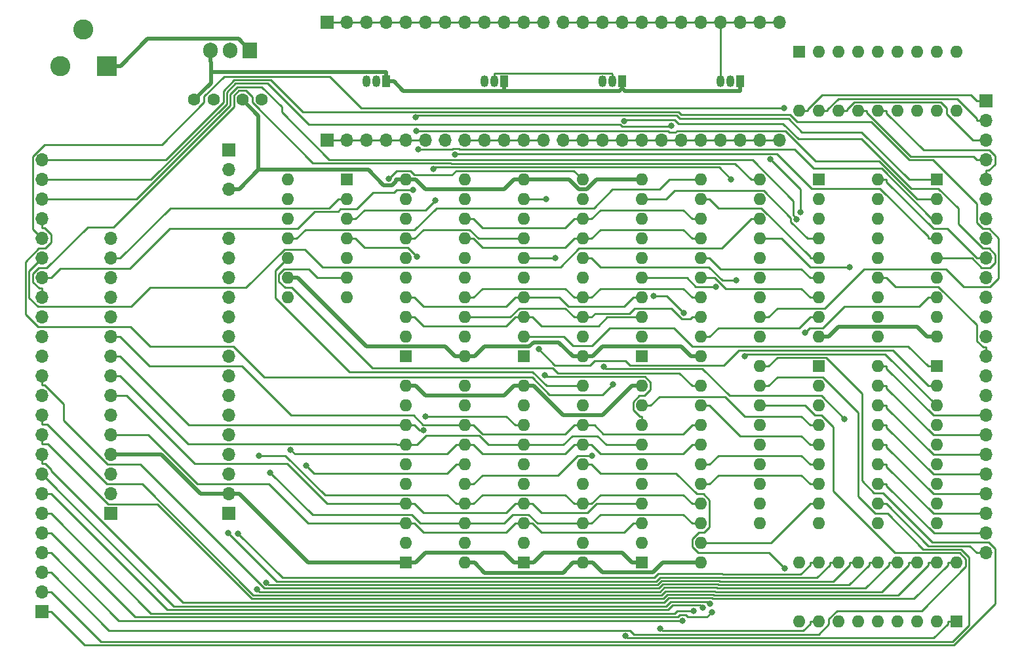
<source format=gbr>
G04 #@! TF.GenerationSoftware,KiCad,Pcbnew,(5.1.4)-1*
G04 #@! TF.CreationDate,2019-10-25T20:14:16-04:00*
G04 #@! TF.ProjectId,A-10C-CautionPanelNonMega,412d3130-432d-4436-9175-74696f6e5061,rev?*
G04 #@! TF.SameCoordinates,Original*
G04 #@! TF.FileFunction,Copper,L1,Top*
G04 #@! TF.FilePolarity,Positive*
%FSLAX46Y46*%
G04 Gerber Fmt 4.6, Leading zero omitted, Abs format (unit mm)*
G04 Created by KiCad (PCBNEW (5.1.4)-1) date 2019-10-25 20:14:16*
%MOMM*%
%LPD*%
G04 APERTURE LIST*
%ADD10C,1.600000*%
%ADD11R,2.600000X2.600000*%
%ADD12C,2.600000*%
%ADD13R,1.905000X2.000000*%
%ADD14O,1.905000X2.000000*%
%ADD15O,1.700000X1.700000*%
%ADD16R,1.700000X1.700000*%
%ADD17O,1.050000X1.500000*%
%ADD18R,1.050000X1.500000*%
%ADD19R,1.600000X1.600000*%
%ADD20O,1.600000X1.600000*%
%ADD21C,0.800000*%
%ADD22C,0.530000*%
%ADD23C,0.250000*%
G04 APERTURE END LIST*
D10*
X81737200Y-59512200D03*
X79237200Y-59512200D03*
X75525000Y-59512200D03*
X73025000Y-59512200D03*
D11*
X61696600Y-55168800D03*
D12*
X55696600Y-55168800D03*
X58696600Y-50468800D03*
D13*
X80187800Y-53111400D03*
D14*
X77647800Y-53111400D03*
X75107800Y-53111400D03*
D15*
X175260000Y-118110000D03*
X175260000Y-115570000D03*
X175260000Y-113030000D03*
X175260000Y-110490000D03*
X175260000Y-107950000D03*
X175260000Y-105410000D03*
X175260000Y-102870000D03*
X175260000Y-100330000D03*
X175260000Y-97790000D03*
X175260000Y-95250000D03*
X175260000Y-92710000D03*
X175260000Y-90170000D03*
X175260000Y-87630000D03*
X175260000Y-85090000D03*
X175260000Y-82550000D03*
X175260000Y-80010000D03*
X175260000Y-77470000D03*
X175260000Y-74930000D03*
X175260000Y-72390000D03*
X175260000Y-69850000D03*
X175260000Y-67310000D03*
X175260000Y-64770000D03*
X175260000Y-62230000D03*
D16*
X175260000Y-59690000D03*
D15*
X148590000Y-64770000D03*
X146050000Y-64770000D03*
X143510000Y-64770000D03*
X140970000Y-64770000D03*
X138430000Y-64770000D03*
X135890000Y-64770000D03*
X133350000Y-64770000D03*
X130810000Y-64770000D03*
X128270000Y-64770000D03*
X125730000Y-64770000D03*
X123190000Y-64770000D03*
X120650000Y-64770000D03*
X118110000Y-64770000D03*
X115570000Y-64770000D03*
X113030000Y-64770000D03*
X110490000Y-64770000D03*
X107950000Y-64770000D03*
X105410000Y-64770000D03*
X102870000Y-64770000D03*
X100330000Y-64770000D03*
X97790000Y-64770000D03*
X95250000Y-64770000D03*
X92710000Y-64770000D03*
D16*
X90170000Y-64770000D03*
X90170000Y-49530000D03*
D15*
X92710000Y-49530000D03*
X95250000Y-49530000D03*
X97790000Y-49530000D03*
X100330000Y-49530000D03*
X102870000Y-49530000D03*
X105410000Y-49530000D03*
X107950000Y-49530000D03*
X110490000Y-49530000D03*
X113030000Y-49530000D03*
X115570000Y-49530000D03*
X118110000Y-49530000D03*
X120650000Y-49530000D03*
X123190000Y-49530000D03*
X125730000Y-49530000D03*
X128270000Y-49530000D03*
X130810000Y-49530000D03*
X133350000Y-49530000D03*
X135890000Y-49530000D03*
X138430000Y-49530000D03*
X140970000Y-49530000D03*
X143510000Y-49530000D03*
X146050000Y-49530000D03*
X148590000Y-49530000D03*
D16*
X53340000Y-125730000D03*
D15*
X53340000Y-123190000D03*
X53340000Y-120650000D03*
X53340000Y-118110000D03*
X53340000Y-115570000D03*
X53340000Y-113030000D03*
X53340000Y-110490000D03*
X53340000Y-107950000D03*
X53340000Y-105410000D03*
X53340000Y-102870000D03*
X53340000Y-100330000D03*
X53340000Y-97790000D03*
X53340000Y-95250000D03*
X53340000Y-92710000D03*
X53340000Y-90170000D03*
X53340000Y-87630000D03*
X53340000Y-85090000D03*
X53340000Y-82550000D03*
X53340000Y-80010000D03*
X53340000Y-77470000D03*
X53340000Y-74930000D03*
X53340000Y-72390000D03*
X53340000Y-69850000D03*
X53340000Y-67310000D03*
D17*
X96520000Y-57150000D03*
X95250000Y-57150000D03*
D18*
X97790000Y-57150000D03*
X113030000Y-57150000D03*
D17*
X110490000Y-57150000D03*
X111760000Y-57150000D03*
X142240000Y-57150000D03*
X140970000Y-57150000D03*
D18*
X143510000Y-57150000D03*
D16*
X77470000Y-66040000D03*
D15*
X77470000Y-68580000D03*
X77470000Y-71120000D03*
D17*
X127000000Y-57150000D03*
X125730000Y-57150000D03*
D18*
X128270000Y-57150000D03*
D19*
X151130000Y-53340000D03*
D20*
X171450000Y-60960000D03*
X153670000Y-53340000D03*
X168910000Y-60960000D03*
X156210000Y-53340000D03*
X166370000Y-60960000D03*
X158750000Y-53340000D03*
X163830000Y-60960000D03*
X161290000Y-53340000D03*
X161290000Y-60960000D03*
X163830000Y-53340000D03*
X158750000Y-60960000D03*
X166370000Y-53340000D03*
X156210000Y-60960000D03*
X168910000Y-53340000D03*
X153670000Y-60960000D03*
X171450000Y-53340000D03*
X151130000Y-60960000D03*
X161290000Y-69850000D03*
X168910000Y-90170000D03*
X161290000Y-72390000D03*
X168910000Y-87630000D03*
X161290000Y-74930000D03*
X168910000Y-85090000D03*
X161290000Y-77470000D03*
X168910000Y-82550000D03*
X161290000Y-80010000D03*
X168910000Y-80010000D03*
X161290000Y-82550000D03*
X168910000Y-77470000D03*
X161290000Y-85090000D03*
X168910000Y-74930000D03*
X161290000Y-87630000D03*
X168910000Y-72390000D03*
X161290000Y-90170000D03*
D19*
X168910000Y-69850000D03*
D20*
X161290000Y-93980000D03*
X168910000Y-114300000D03*
X161290000Y-96520000D03*
X168910000Y-111760000D03*
X161290000Y-99060000D03*
X168910000Y-109220000D03*
X161290000Y-101600000D03*
X168910000Y-106680000D03*
X161290000Y-104140000D03*
X168910000Y-104140000D03*
X161290000Y-106680000D03*
X168910000Y-101600000D03*
X161290000Y-109220000D03*
X168910000Y-99060000D03*
X161290000Y-111760000D03*
X168910000Y-96520000D03*
X161290000Y-114300000D03*
D19*
X168910000Y-93980000D03*
X153670000Y-93980000D03*
D20*
X146050000Y-114300000D03*
X153670000Y-96520000D03*
X146050000Y-111760000D03*
X153670000Y-99060000D03*
X146050000Y-109220000D03*
X153670000Y-101600000D03*
X146050000Y-106680000D03*
X153670000Y-104140000D03*
X146050000Y-104140000D03*
X153670000Y-106680000D03*
X146050000Y-101600000D03*
X153670000Y-109220000D03*
X146050000Y-99060000D03*
X153670000Y-111760000D03*
X146050000Y-96520000D03*
X153670000Y-114300000D03*
X146050000Y-93980000D03*
X171450000Y-119380000D03*
X151130000Y-127000000D03*
X168910000Y-119380000D03*
X153670000Y-127000000D03*
X166370000Y-119380000D03*
X156210000Y-127000000D03*
X163830000Y-119380000D03*
X158750000Y-127000000D03*
X161290000Y-119380000D03*
X161290000Y-127000000D03*
X158750000Y-119380000D03*
X163830000Y-127000000D03*
X156210000Y-119380000D03*
X166370000Y-127000000D03*
X153670000Y-119380000D03*
X168910000Y-127000000D03*
X151130000Y-119380000D03*
D19*
X171450000Y-127000000D03*
X153670000Y-69850000D03*
D20*
X146050000Y-90170000D03*
X153670000Y-72390000D03*
X146050000Y-87630000D03*
X153670000Y-74930000D03*
X146050000Y-85090000D03*
X153670000Y-77470000D03*
X146050000Y-82550000D03*
X153670000Y-80010000D03*
X146050000Y-80010000D03*
X153670000Y-82550000D03*
X146050000Y-77470000D03*
X153670000Y-85090000D03*
X146050000Y-74930000D03*
X153670000Y-87630000D03*
X146050000Y-72390000D03*
X153670000Y-90170000D03*
X146050000Y-69850000D03*
D16*
X62230000Y-113030000D03*
D15*
X62230000Y-110490000D03*
X62230000Y-107950000D03*
X62230000Y-105410000D03*
X62230000Y-102870000D03*
X62230000Y-100330000D03*
X62230000Y-97790000D03*
X62230000Y-95250000D03*
X62230000Y-92710000D03*
X62230000Y-90170000D03*
X62230000Y-87630000D03*
X62230000Y-85090000D03*
X62230000Y-82550000D03*
X62230000Y-80010000D03*
X62230000Y-77470000D03*
X77470000Y-77470000D03*
X77470000Y-80010000D03*
X77470000Y-82550000D03*
X77470000Y-85090000D03*
X77470000Y-87630000D03*
X77470000Y-90170000D03*
X77470000Y-92710000D03*
X77470000Y-95250000D03*
X77470000Y-97790000D03*
X77470000Y-100330000D03*
X77470000Y-102870000D03*
X77470000Y-105410000D03*
X77470000Y-107950000D03*
X77470000Y-110490000D03*
D16*
X77470000Y-113030000D03*
D19*
X92710000Y-69850000D03*
D20*
X85090000Y-85090000D03*
X92710000Y-72390000D03*
X85090000Y-82550000D03*
X92710000Y-74930000D03*
X85090000Y-80010000D03*
X92710000Y-77470000D03*
X85090000Y-77470000D03*
X92710000Y-80010000D03*
X85090000Y-74930000D03*
X92710000Y-82550000D03*
X85090000Y-72390000D03*
X92710000Y-85090000D03*
X85090000Y-69850000D03*
D19*
X100330000Y-92710000D03*
D20*
X107950000Y-69850000D03*
X100330000Y-90170000D03*
X107950000Y-72390000D03*
X100330000Y-87630000D03*
X107950000Y-74930000D03*
X100330000Y-85090000D03*
X107950000Y-77470000D03*
X100330000Y-82550000D03*
X107950000Y-80010000D03*
X100330000Y-80010000D03*
X107950000Y-82550000D03*
X100330000Y-77470000D03*
X107950000Y-85090000D03*
X100330000Y-74930000D03*
X107950000Y-87630000D03*
X100330000Y-72390000D03*
X107950000Y-90170000D03*
X100330000Y-69850000D03*
X107950000Y-92710000D03*
X107950000Y-119380000D03*
X100330000Y-96520000D03*
X107950000Y-116840000D03*
X100330000Y-99060000D03*
X107950000Y-114300000D03*
X100330000Y-101600000D03*
X107950000Y-111760000D03*
X100330000Y-104140000D03*
X107950000Y-109220000D03*
X100330000Y-106680000D03*
X107950000Y-106680000D03*
X100330000Y-109220000D03*
X107950000Y-104140000D03*
X100330000Y-111760000D03*
X107950000Y-101600000D03*
X100330000Y-114300000D03*
X107950000Y-99060000D03*
X100330000Y-116840000D03*
X107950000Y-96520000D03*
D19*
X100330000Y-119380000D03*
X115570000Y-92710000D03*
D20*
X123190000Y-69850000D03*
X115570000Y-90170000D03*
X123190000Y-72390000D03*
X115570000Y-87630000D03*
X123190000Y-74930000D03*
X115570000Y-85090000D03*
X123190000Y-77470000D03*
X115570000Y-82550000D03*
X123190000Y-80010000D03*
X115570000Y-80010000D03*
X123190000Y-82550000D03*
X115570000Y-77470000D03*
X123190000Y-85090000D03*
X115570000Y-74930000D03*
X123190000Y-87630000D03*
X115570000Y-72390000D03*
X123190000Y-90170000D03*
X115570000Y-69850000D03*
X123190000Y-92710000D03*
X138430000Y-119380000D03*
X130810000Y-96520000D03*
X138430000Y-116840000D03*
X130810000Y-99060000D03*
X138430000Y-114300000D03*
X130810000Y-101600000D03*
X138430000Y-111760000D03*
X130810000Y-104140000D03*
X138430000Y-109220000D03*
X130810000Y-106680000D03*
X138430000Y-106680000D03*
X130810000Y-109220000D03*
X138430000Y-104140000D03*
X130810000Y-111760000D03*
X138430000Y-101600000D03*
X130810000Y-114300000D03*
X138430000Y-99060000D03*
X130810000Y-116840000D03*
X138430000Y-96520000D03*
D19*
X130810000Y-119380000D03*
X115570000Y-119380000D03*
D20*
X123190000Y-96520000D03*
X115570000Y-116840000D03*
X123190000Y-99060000D03*
X115570000Y-114300000D03*
X123190000Y-101600000D03*
X115570000Y-111760000D03*
X123190000Y-104140000D03*
X115570000Y-109220000D03*
X123190000Y-106680000D03*
X115570000Y-106680000D03*
X123190000Y-109220000D03*
X115570000Y-104140000D03*
X123190000Y-111760000D03*
X115570000Y-101600000D03*
X123190000Y-114300000D03*
X115570000Y-99060000D03*
X123190000Y-116840000D03*
X115570000Y-96520000D03*
X123190000Y-119380000D03*
X138430000Y-92710000D03*
X130810000Y-69850000D03*
X138430000Y-90170000D03*
X130810000Y-72390000D03*
X138430000Y-87630000D03*
X130810000Y-74930000D03*
X138430000Y-85090000D03*
X130810000Y-77470000D03*
X138430000Y-82550000D03*
X130810000Y-80010000D03*
X138430000Y-80010000D03*
X130810000Y-82550000D03*
X138430000Y-77470000D03*
X130810000Y-85090000D03*
X138430000Y-74930000D03*
X130810000Y-87630000D03*
X138430000Y-72390000D03*
X130810000Y-90170000D03*
X138430000Y-69850000D03*
D19*
X130810000Y-92710000D03*
D21*
X78684000Y-115602000D03*
X77424200Y-115574500D03*
X82318100Y-121950600D03*
X81152900Y-122851200D03*
X136054900Y-126852900D03*
X139830900Y-125756600D03*
X137506100Y-125586100D03*
X138652600Y-125167000D03*
X139601100Y-124700800D03*
X101236400Y-71137900D03*
X103854800Y-68447700D03*
X142365100Y-69830400D03*
X149143600Y-60565200D03*
X157645200Y-81142500D03*
X127050300Y-96342100D03*
X150771300Y-74964500D03*
X134583400Y-62909500D03*
X147431400Y-67223100D03*
X151298400Y-74016700D03*
X102633300Y-102281000D03*
X102903600Y-100474700D03*
X118270800Y-95171900D03*
X85467100Y-104756700D03*
X81348300Y-105511200D03*
X82836500Y-107742800D03*
X151905500Y-89666200D03*
X124366400Y-105554600D03*
X87494500Y-106843400D03*
X128538000Y-62254800D03*
X106685300Y-66596800D03*
X101917200Y-65945300D03*
X101646600Y-63533500D03*
X101590200Y-61819400D03*
X157000000Y-100793800D03*
X125863100Y-94033200D03*
X142974100Y-82899800D03*
X118482300Y-72390000D03*
X144061700Y-92662800D03*
X136255700Y-87096400D03*
X132309500Y-84864900D03*
X119658900Y-80010000D03*
X117519200Y-91788500D03*
X133207200Y-127889400D03*
X149257300Y-120143800D03*
X128717500Y-128862200D03*
X140377000Y-83708100D03*
X104154700Y-72520000D03*
X101730300Y-79774700D03*
X98166000Y-69731500D03*
D22*
X81320700Y-68584600D02*
X95462900Y-68584600D01*
X95462900Y-68584600D02*
X97488500Y-70610200D01*
X97488500Y-70610200D02*
X98532900Y-70610200D01*
X98532900Y-70610200D02*
X99064700Y-70078400D01*
X99064700Y-70078400D02*
X99064700Y-69850000D01*
X81320700Y-68584600D02*
X78785300Y-71120000D01*
X81320700Y-68584600D02*
X81320700Y-61595700D01*
X81320700Y-61595700D02*
X79237200Y-59512200D01*
X100330000Y-69850000D02*
X99064700Y-69850000D01*
X100538400Y-69850000D02*
X100330000Y-69850000D01*
X77470000Y-71120000D02*
X78785300Y-71120000D01*
X100538400Y-69850000D02*
X101595300Y-69850000D01*
X116835300Y-69850000D02*
X121400600Y-69850000D01*
X121400600Y-69850000D02*
X121400600Y-69850100D01*
X121400600Y-69850100D02*
X122665800Y-71115300D01*
X122665800Y-71115300D02*
X123714200Y-71115300D01*
X123714200Y-71115300D02*
X124979500Y-69850000D01*
X124979500Y-69850000D02*
X129544700Y-69850000D01*
X115570000Y-69850000D02*
X114304700Y-69850000D01*
X101595300Y-69850000D02*
X102865300Y-71120000D01*
X102865300Y-71120000D02*
X113034700Y-71120000D01*
X113034700Y-71120000D02*
X114304700Y-69850000D01*
X116835300Y-119380000D02*
X118100600Y-118114700D01*
X118100600Y-118114700D02*
X128279400Y-118114700D01*
X128279400Y-118114700D02*
X129544700Y-119380000D01*
X99064700Y-119380000D02*
X87675300Y-119380000D01*
X87675300Y-119380000D02*
X78785300Y-110490000D01*
X115570000Y-96520000D02*
X116835300Y-96520000D01*
X129544700Y-96520000D02*
X125730100Y-100334600D01*
X125730100Y-100334600D02*
X120649900Y-100334600D01*
X120649900Y-100334600D02*
X116835300Y-96520000D01*
X115570000Y-96520000D02*
X114304700Y-96520000D01*
X114304700Y-96520000D02*
X113034700Y-97790000D01*
X113034700Y-97790000D02*
X102865300Y-97790000D01*
X102865300Y-97790000D02*
X101595300Y-96520000D01*
X100330000Y-119380000D02*
X99064700Y-119380000D01*
X76154700Y-110490000D02*
X73800700Y-110490000D01*
X73800700Y-110490000D02*
X68720700Y-105410000D01*
X68720700Y-105410000D02*
X63545300Y-105410000D01*
X130810000Y-96520000D02*
X129544700Y-96520000D01*
X154935300Y-90170000D02*
X156205300Y-88900000D01*
X156205300Y-88900000D02*
X166374700Y-88900000D01*
X166374700Y-88900000D02*
X167644700Y-90170000D01*
X62230000Y-105410000D02*
X63545300Y-105410000D01*
X153670000Y-90170000D02*
X154935300Y-90170000D01*
X168910000Y-90170000D02*
X167644700Y-90170000D01*
X77470000Y-110490000D02*
X78785300Y-110490000D01*
X76995000Y-110490000D02*
X77470000Y-110490000D01*
X76995000Y-110490000D02*
X76154700Y-110490000D01*
X100330000Y-96520000D02*
X101595300Y-96520000D01*
X115570000Y-69850000D02*
X116835300Y-69850000D01*
X115570000Y-119380000D02*
X114304700Y-119380000D01*
X100330000Y-119380000D02*
X101595300Y-119380000D01*
X101595300Y-119380000D02*
X102860600Y-118114700D01*
X102860600Y-118114700D02*
X113039400Y-118114700D01*
X113039400Y-118114700D02*
X114304700Y-119380000D01*
X115570000Y-119380000D02*
X116835300Y-119380000D01*
X130810000Y-119380000D02*
X129544700Y-119380000D01*
X130810000Y-69850000D02*
X129544700Y-69850000D01*
X75191100Y-55912900D02*
X75191100Y-57346100D01*
X75191100Y-57346100D02*
X73025000Y-59512200D01*
X75107800Y-54576700D02*
X75191100Y-54660000D01*
X75191100Y-54660000D02*
X75191100Y-55912900D01*
X97790000Y-55934700D02*
X97768200Y-55912900D01*
X97768200Y-55912900D02*
X75191100Y-55912900D01*
X128270000Y-57999600D02*
X127904300Y-58365300D01*
X127904300Y-58365300D02*
X113030000Y-58365300D01*
X143510000Y-58365300D02*
X128635700Y-58365300D01*
X128635700Y-58365300D02*
X128270000Y-57999600D01*
X97790000Y-57150000D02*
X98780300Y-57150000D01*
X113030000Y-57150000D02*
X113030000Y-58365300D01*
X113030000Y-58365300D02*
X99995600Y-58365300D01*
X99995600Y-58365300D02*
X98780300Y-57150000D01*
X97790000Y-57150000D02*
X97790000Y-55934700D01*
X143510000Y-57150000D02*
X143510000Y-58365300D01*
X128270000Y-57150000D02*
X128270000Y-57999600D01*
X137164700Y-119380000D02*
X133557700Y-119380000D01*
X133557700Y-119380000D02*
X132292300Y-120645400D01*
X132292300Y-120645400D02*
X125720700Y-120645400D01*
X125720700Y-120645400D02*
X124455300Y-119380000D01*
X121924700Y-92710000D02*
X120082300Y-90867600D01*
X120082300Y-90867600D02*
X116863800Y-90867600D01*
X116863800Y-90867600D02*
X116286900Y-91444500D01*
X116286900Y-91444500D02*
X110480800Y-91444500D01*
X110480800Y-91444500D02*
X109215300Y-92710000D01*
X137164700Y-92710000D02*
X135899300Y-91444600D01*
X135899300Y-91444600D02*
X125720700Y-91444600D01*
X125720700Y-91444600D02*
X124455300Y-92710000D01*
X106684700Y-92710000D02*
X105419400Y-91444700D01*
X105419400Y-91444700D02*
X95250000Y-91444700D01*
X95250000Y-91444700D02*
X86355300Y-82550000D01*
X121924700Y-119380000D02*
X120614100Y-120690600D01*
X120614100Y-120690600D02*
X110525900Y-120690600D01*
X110525900Y-120690600D02*
X109215300Y-119380000D01*
X123190000Y-92710000D02*
X121924700Y-92710000D01*
X107950000Y-92710000D02*
X109215300Y-92710000D01*
X107317400Y-92710000D02*
X107950000Y-92710000D01*
X107317400Y-92710000D02*
X106684700Y-92710000D01*
X75107800Y-53111400D02*
X75107800Y-54576700D01*
X85090000Y-82550000D02*
X86355300Y-82550000D01*
X123822700Y-92710000D02*
X123190000Y-92710000D01*
X123822700Y-92710000D02*
X124455300Y-92710000D01*
X123190000Y-119380000D02*
X121924700Y-119380000D01*
X107950000Y-119380000D02*
X109215300Y-119380000D01*
X123190000Y-119380000D02*
X124455300Y-119380000D01*
X138430000Y-119380000D02*
X137164700Y-119380000D01*
X138430000Y-92710000D02*
X137164700Y-92710000D01*
D23*
X175260000Y-69850000D02*
X175260000Y-68674700D01*
X161290000Y-60960000D02*
X162415300Y-60960000D01*
X162415300Y-60960000D02*
X162415300Y-61241300D01*
X162415300Y-61241300D02*
X167214000Y-66040000D01*
X167214000Y-66040000D02*
X175670600Y-66040000D01*
X175670600Y-66040000D02*
X176435300Y-66804700D01*
X176435300Y-66804700D02*
X176435300Y-67866800D01*
X176435300Y-67866800D02*
X175627400Y-68674700D01*
X175627400Y-68674700D02*
X175260000Y-68674700D01*
X174084700Y-67310000D02*
X173634400Y-66859700D01*
X173634400Y-66859700D02*
X165523200Y-66859700D01*
X165523200Y-66859700D02*
X159875300Y-61211800D01*
X159875300Y-61211800D02*
X159875300Y-60960000D01*
X175260000Y-67310000D02*
X174084700Y-67310000D01*
X158750000Y-60960000D02*
X159875300Y-60960000D01*
X157335300Y-60960000D02*
X157335300Y-60767200D01*
X157335300Y-60767200D02*
X158267800Y-59834700D01*
X158267800Y-59834700D02*
X169389900Y-59834700D01*
X169389900Y-59834700D02*
X170180000Y-60624800D01*
X170180000Y-60624800D02*
X170180000Y-61346700D01*
X170180000Y-61346700D02*
X173603300Y-64770000D01*
X173603300Y-64770000D02*
X175260000Y-64770000D01*
X156210000Y-60960000D02*
X157335300Y-60960000D01*
X154795300Y-60960000D02*
X154795300Y-60742500D01*
X154795300Y-60742500D02*
X156169500Y-59368300D01*
X156169500Y-59368300D02*
X171516800Y-59368300D01*
X171516800Y-59368300D02*
X174084700Y-61936200D01*
X174084700Y-61936200D02*
X174084700Y-62230000D01*
X175260000Y-62230000D02*
X174084700Y-62230000D01*
X153670000Y-60960000D02*
X154795300Y-60960000D01*
X152255300Y-60960000D02*
X152255300Y-60764000D01*
X152255300Y-60764000D02*
X154101400Y-58917900D01*
X154101400Y-58917900D02*
X173312600Y-58917900D01*
X173312600Y-58917900D02*
X174084700Y-59690000D01*
X175260000Y-59690000D02*
X174084700Y-59690000D01*
X151130000Y-60960000D02*
X152255300Y-60960000D01*
X175260000Y-80010000D02*
X174084700Y-80010000D01*
X161290000Y-69850000D02*
X162415300Y-69850000D01*
X162415300Y-69850000D02*
X162415300Y-70131300D01*
X162415300Y-70131300D02*
X168484000Y-76200000D01*
X168484000Y-76200000D02*
X170274700Y-76200000D01*
X170274700Y-76200000D02*
X174084700Y-80010000D01*
X175260000Y-92710000D02*
X175260000Y-91534700D01*
X161290000Y-82550000D02*
X162415300Y-82550000D01*
X162415300Y-82550000D02*
X163540600Y-83675300D01*
X163540600Y-83675300D02*
X169106700Y-83675300D01*
X169106700Y-83675300D02*
X174084700Y-88653300D01*
X174084700Y-88653300D02*
X174084700Y-90726800D01*
X174084700Y-90726800D02*
X174892600Y-91534700D01*
X174892600Y-91534700D02*
X175260000Y-91534700D01*
X175260000Y-118110000D02*
X174084700Y-118110000D01*
X161290000Y-111760000D02*
X162415300Y-111760000D01*
X162415300Y-111760000D02*
X167851100Y-117195800D01*
X167851100Y-117195800D02*
X173170500Y-117195800D01*
X173170500Y-117195800D02*
X174084700Y-118110000D01*
X161290000Y-109220000D02*
X162415300Y-109220000D01*
X162415300Y-109220000D02*
X162415300Y-109418100D01*
X162415300Y-109418100D02*
X168567200Y-115570000D01*
X168567200Y-115570000D02*
X175260000Y-115570000D01*
X161290000Y-106680000D02*
X162415300Y-106680000D01*
X162415300Y-106680000D02*
X162415300Y-106961300D01*
X162415300Y-106961300D02*
X168484000Y-113030000D01*
X168484000Y-113030000D02*
X175260000Y-113030000D01*
X161290000Y-104140000D02*
X162415300Y-104140000D01*
X162415300Y-104140000D02*
X162415300Y-104421300D01*
X162415300Y-104421300D02*
X168484000Y-110490000D01*
X168484000Y-110490000D02*
X175260000Y-110490000D01*
X161290000Y-101600000D02*
X162415300Y-101600000D01*
X162415300Y-101600000D02*
X162415300Y-101881300D01*
X162415300Y-101881300D02*
X168484000Y-107950000D01*
X168484000Y-107950000D02*
X175260000Y-107950000D01*
X161290000Y-99060000D02*
X162415300Y-99060000D01*
X162415300Y-99060000D02*
X162415300Y-99341300D01*
X162415300Y-99341300D02*
X168484000Y-105410000D01*
X168484000Y-105410000D02*
X175260000Y-105410000D01*
X161290000Y-96520000D02*
X162415300Y-96520000D01*
X162415300Y-96520000D02*
X162415300Y-96801300D01*
X162415300Y-96801300D02*
X168484000Y-102870000D01*
X168484000Y-102870000D02*
X175260000Y-102870000D01*
X161290000Y-93980000D02*
X162415300Y-93980000D01*
X162415300Y-93980000D02*
X162415300Y-94261300D01*
X162415300Y-94261300D02*
X168484000Y-100330000D01*
X168484000Y-100330000D02*
X175260000Y-100330000D01*
X152544700Y-119380000D02*
X152544700Y-119661400D01*
X152544700Y-119661400D02*
X151337000Y-120869100D01*
X151337000Y-120869100D02*
X141253500Y-120869100D01*
X141253500Y-120869100D02*
X141192500Y-120808100D01*
X141192500Y-120808100D02*
X132964500Y-120808100D01*
X132964500Y-120808100D02*
X132447500Y-121325100D01*
X132447500Y-121325100D02*
X84407100Y-121325100D01*
X84407100Y-121325100D02*
X78684000Y-115602000D01*
X153670000Y-119380000D02*
X152544700Y-119380000D01*
X155084700Y-119380000D02*
X155084700Y-119661500D01*
X155084700Y-119661500D02*
X153426800Y-121319400D01*
X153426800Y-121319400D02*
X141066900Y-121319400D01*
X141066900Y-121319400D02*
X141005900Y-121258400D01*
X141005900Y-121258400D02*
X133151100Y-121258400D01*
X133151100Y-121258400D02*
X132634100Y-121775400D01*
X132634100Y-121775400D02*
X83625100Y-121775400D01*
X83625100Y-121775400D02*
X77424200Y-115574500D01*
X156210000Y-119380000D02*
X155084700Y-119380000D01*
X157624700Y-119380000D02*
X157624700Y-119661300D01*
X157624700Y-119661300D02*
X155516300Y-121769700D01*
X155516300Y-121769700D02*
X140880300Y-121769700D01*
X140880300Y-121769700D02*
X140819300Y-121708700D01*
X140819300Y-121708700D02*
X133337700Y-121708700D01*
X133337700Y-121708700D02*
X132820700Y-122225700D01*
X132820700Y-122225700D02*
X82593200Y-122225700D01*
X82593200Y-122225700D02*
X82318100Y-121950600D01*
X158750000Y-119380000D02*
X157624700Y-119380000D01*
X160164700Y-119380000D02*
X160164700Y-119661300D01*
X160164700Y-119661300D02*
X157606000Y-122220000D01*
X157606000Y-122220000D02*
X140693700Y-122220000D01*
X140693700Y-122220000D02*
X140632700Y-122159000D01*
X140632700Y-122159000D02*
X133524300Y-122159000D01*
X133524300Y-122159000D02*
X133007300Y-122676000D01*
X133007300Y-122676000D02*
X82003500Y-122676000D01*
X82003500Y-122676000D02*
X66007500Y-106680000D01*
X66007500Y-106680000D02*
X61830200Y-106680000D01*
X61830200Y-106680000D02*
X56158300Y-101008100D01*
X56158300Y-101008100D02*
X56158300Y-98876200D01*
X56158300Y-98876200D02*
X53707400Y-96425300D01*
X53707400Y-96425300D02*
X53340000Y-96425300D01*
X161290000Y-119380000D02*
X160164700Y-119380000D01*
X53340000Y-95250000D02*
X53340000Y-96425300D01*
X162704700Y-119380000D02*
X162704700Y-119661300D01*
X162704700Y-119661300D02*
X159695700Y-122670300D01*
X159695700Y-122670300D02*
X140507100Y-122670300D01*
X140507100Y-122670300D02*
X140446100Y-122609300D01*
X140446100Y-122609300D02*
X133710900Y-122609300D01*
X133710900Y-122609300D02*
X133193900Y-123126300D01*
X133193900Y-123126300D02*
X81428000Y-123126300D01*
X81428000Y-123126300D02*
X81152900Y-122851200D01*
X163830000Y-119380000D02*
X162704700Y-119380000D01*
X165244700Y-119380000D02*
X165244700Y-119661400D01*
X165244700Y-119661400D02*
X161785500Y-123120600D01*
X161785500Y-123120600D02*
X140320500Y-123120600D01*
X140320500Y-123120600D02*
X140259500Y-123059600D01*
X140259500Y-123059600D02*
X133897500Y-123059600D01*
X133897500Y-123059600D02*
X133380500Y-123576600D01*
X133380500Y-123576600D02*
X80628200Y-123576600D01*
X80628200Y-123576600D02*
X66271600Y-109220000D01*
X66271600Y-109220000D02*
X61761700Y-109220000D01*
X61761700Y-109220000D02*
X54047000Y-101505300D01*
X54047000Y-101505300D02*
X53340000Y-101505300D01*
X53340000Y-100330000D02*
X53340000Y-101505300D01*
X166370000Y-119380000D02*
X165244700Y-119380000D01*
X167784700Y-119380000D02*
X167784700Y-119661300D01*
X167784700Y-119661300D02*
X163875100Y-123570900D01*
X163875100Y-123570900D02*
X140133900Y-123570900D01*
X140133900Y-123570900D02*
X140072900Y-123509900D01*
X140072900Y-123509900D02*
X134084100Y-123509900D01*
X134084100Y-123509900D02*
X133567100Y-124026900D01*
X133567100Y-124026900D02*
X80441600Y-124026900D01*
X80441600Y-124026900D02*
X68269300Y-111854600D01*
X68269300Y-111854600D02*
X61892500Y-111854600D01*
X61892500Y-111854600D02*
X54083200Y-104045300D01*
X54083200Y-104045300D02*
X53340000Y-104045300D01*
X53340000Y-102870000D02*
X53340000Y-104045300D01*
X168910000Y-119380000D02*
X167784700Y-119380000D01*
X170324700Y-119380000D02*
X170324700Y-119661300D01*
X170324700Y-119661300D02*
X165964800Y-124021200D01*
X165964800Y-124021200D02*
X139947300Y-124021200D01*
X139947300Y-124021200D02*
X139886300Y-123960200D01*
X139886300Y-123960200D02*
X134270700Y-123960200D01*
X134270700Y-123960200D02*
X133698800Y-124532100D01*
X133698800Y-124532100D02*
X71565600Y-124532100D01*
X71565600Y-124532100D02*
X54515300Y-107481800D01*
X54515300Y-107481800D02*
X54515300Y-107369600D01*
X54515300Y-107369600D02*
X53731000Y-106585300D01*
X53731000Y-106585300D02*
X53340000Y-106585300D01*
X53340000Y-105410000D02*
X53340000Y-106585300D01*
X171450000Y-119380000D02*
X170324700Y-119380000D01*
X53340000Y-125730000D02*
X54515300Y-125730000D01*
X146050000Y-93980000D02*
X147175300Y-93980000D01*
X147175300Y-93980000D02*
X148300700Y-92854600D01*
X148300700Y-92854600D02*
X154618800Y-92854600D01*
X154618800Y-92854600D02*
X159268300Y-97504100D01*
X159268300Y-97504100D02*
X159268300Y-108793900D01*
X159268300Y-108793900D02*
X160819800Y-110345400D01*
X160819800Y-110345400D02*
X161946400Y-110345400D01*
X161946400Y-110345400D02*
X168346400Y-116745400D01*
X168346400Y-116745400D02*
X175576000Y-116745400D01*
X175576000Y-116745400D02*
X176441400Y-117610800D01*
X176441400Y-117610800D02*
X176441400Y-124709200D01*
X176441400Y-124709200D02*
X171093500Y-130057100D01*
X171093500Y-130057100D02*
X58842400Y-130057100D01*
X58842400Y-130057100D02*
X54515300Y-125730000D01*
X147175300Y-96520000D02*
X148304200Y-95391100D01*
X148304200Y-95391100D02*
X154187600Y-95391100D01*
X154187600Y-95391100D02*
X158763400Y-99966900D01*
X158763400Y-99966900D02*
X158763400Y-110825200D01*
X158763400Y-110825200D02*
X160968200Y-113030000D01*
X160968200Y-113030000D02*
X162525200Y-113030000D01*
X162525200Y-113030000D02*
X167154900Y-117659700D01*
X167154900Y-117659700D02*
X172023000Y-117659700D01*
X172023000Y-117659700D02*
X173065300Y-118702000D01*
X173065300Y-118702000D02*
X173065300Y-127448400D01*
X173065300Y-127448400D02*
X170909700Y-129604000D01*
X170909700Y-129604000D02*
X60929300Y-129604000D01*
X60929300Y-129604000D02*
X54515300Y-123190000D01*
X53340000Y-123190000D02*
X54515300Y-123190000D01*
X146050000Y-96520000D02*
X147175300Y-96520000D01*
X54515300Y-120650000D02*
X61985600Y-128120300D01*
X61985600Y-128120300D02*
X129275200Y-128120300D01*
X129275200Y-128120300D02*
X129791700Y-128636800D01*
X129791700Y-128636800D02*
X153653400Y-128636800D01*
X153653400Y-128636800D02*
X154940000Y-127350200D01*
X154940000Y-127350200D02*
X154940000Y-126643100D01*
X154940000Y-126643100D02*
X156001800Y-125581300D01*
X156001800Y-125581300D02*
X166932700Y-125581300D01*
X166932700Y-125581300D02*
X172614900Y-119899100D01*
X172614900Y-119899100D02*
X172614900Y-118888500D01*
X172614900Y-118888500D02*
X171836500Y-118110100D01*
X171836500Y-118110100D02*
X163497400Y-118110100D01*
X163497400Y-118110100D02*
X155535200Y-110147900D01*
X155535200Y-110147900D02*
X155535200Y-101865000D01*
X155535200Y-101865000D02*
X154000200Y-100330000D01*
X154000200Y-100330000D02*
X153139800Y-100330000D01*
X153139800Y-100330000D02*
X151869800Y-99060000D01*
X151869800Y-99060000D02*
X146050000Y-99060000D01*
X53340000Y-120650000D02*
X54515300Y-120650000D01*
X54515300Y-118110000D02*
X63258200Y-126852900D01*
X63258200Y-126852900D02*
X136054900Y-126852900D01*
X53340000Y-118110000D02*
X54515300Y-118110000D01*
X54515300Y-115570000D02*
X65326900Y-126381600D01*
X65326900Y-126381600D02*
X135443800Y-126381600D01*
X135443800Y-126381600D02*
X135701800Y-126123600D01*
X135701800Y-126123600D02*
X136460900Y-126123600D01*
X136460900Y-126123600D02*
X136698200Y-126360900D01*
X136698200Y-126360900D02*
X139226600Y-126360900D01*
X139226600Y-126360900D02*
X139830900Y-125756600D01*
X53340000Y-115570000D02*
X54515300Y-115570000D01*
X53340000Y-113030000D02*
X54515300Y-113030000D01*
X137506100Y-125586100D02*
X135380700Y-125586100D01*
X135380700Y-125586100D02*
X135035600Y-125931200D01*
X135035600Y-125931200D02*
X67416500Y-125931200D01*
X67416500Y-125931200D02*
X54515300Y-113030000D01*
X54515300Y-110490000D02*
X69477500Y-125452200D01*
X69477500Y-125452200D02*
X134205300Y-125452200D01*
X134205300Y-125452200D02*
X134796700Y-124860800D01*
X134796700Y-124860800D02*
X138346400Y-124860800D01*
X138346400Y-124860800D02*
X138652600Y-125167000D01*
X53340000Y-110490000D02*
X54515300Y-110490000D01*
X139601100Y-124700800D02*
X139310800Y-124410500D01*
X139310800Y-124410500D02*
X134534100Y-124410500D01*
X134534100Y-124410500D02*
X133956300Y-124988300D01*
X133956300Y-124988300D02*
X70378300Y-124988300D01*
X70378300Y-124988300D02*
X53340000Y-107950000D01*
X53340000Y-83914700D02*
X52972600Y-83914700D01*
X52972600Y-83914700D02*
X52164700Y-83106800D01*
X52164700Y-83106800D02*
X52164700Y-82033900D01*
X52164700Y-82033900D02*
X52918600Y-81280000D01*
X52918600Y-81280000D02*
X53970200Y-81280000D01*
X53970200Y-81280000D02*
X59239200Y-76011000D01*
X59239200Y-76011000D02*
X62560500Y-76011000D01*
X62560500Y-76011000D02*
X78111900Y-60459600D01*
X78111900Y-60459600D02*
X78111900Y-58999500D01*
X78111900Y-58999500D02*
X78763600Y-58347800D01*
X78763600Y-58347800D02*
X79684100Y-58347800D01*
X79684100Y-58347800D02*
X80487200Y-59150900D01*
X80487200Y-59150900D02*
X80487200Y-59866600D01*
X80487200Y-59866600D02*
X88342900Y-67722300D01*
X88342900Y-67722300D02*
X106148200Y-67722300D01*
X106148200Y-67722300D02*
X106198300Y-67772400D01*
X106198300Y-67772400D02*
X142847100Y-67772400D01*
X142847100Y-67772400D02*
X144924700Y-69850000D01*
X53340000Y-85090000D02*
X53340000Y-83914700D01*
X146050000Y-69850000D02*
X144924700Y-69850000D01*
X54515300Y-82550000D02*
X55690600Y-81374700D01*
X55690600Y-81374700D02*
X64659900Y-81374700D01*
X64659900Y-81374700D02*
X69834600Y-76200000D01*
X69834600Y-76200000D02*
X86355300Y-76200000D01*
X86355300Y-76200000D02*
X88589600Y-73965700D01*
X88589600Y-73965700D02*
X91584600Y-73965700D01*
X91584600Y-73965700D02*
X91890300Y-73660000D01*
X91890300Y-73660000D02*
X93975300Y-73660000D01*
X93975300Y-73660000D02*
X96114500Y-71520800D01*
X96114500Y-71520800D02*
X98770300Y-71520800D01*
X98770300Y-71520800D02*
X99153200Y-71137900D01*
X99153200Y-71137900D02*
X101236400Y-71137900D01*
X103854800Y-68447700D02*
X104061100Y-68241400D01*
X104061100Y-68241400D02*
X140776100Y-68241400D01*
X140776100Y-68241400D02*
X142365100Y-69830400D01*
X53340000Y-82550000D02*
X54515300Y-82550000D01*
X53340000Y-80010000D02*
X51665200Y-81684800D01*
X51665200Y-81684800D02*
X51665200Y-85148200D01*
X51665200Y-85148200D02*
X52804300Y-86287300D01*
X52804300Y-86287300D02*
X64827300Y-86287300D01*
X64827300Y-86287300D02*
X67294600Y-83820000D01*
X67294600Y-83820000D02*
X79687700Y-83820000D01*
X79687700Y-83820000D02*
X84626600Y-78881100D01*
X84626600Y-78881100D02*
X87290600Y-78881100D01*
X87290600Y-78881100D02*
X89554700Y-81145200D01*
X89554700Y-81145200D02*
X120287100Y-81145200D01*
X120287100Y-81145200D02*
X122692300Y-78740000D01*
X122692300Y-78740000D02*
X141114700Y-78740000D01*
X141114700Y-78740000D02*
X144924700Y-74930000D01*
X146050000Y-74930000D02*
X144924700Y-74930000D01*
X149143600Y-60565200D02*
X94549200Y-60565200D01*
X94549200Y-60565200D02*
X90487300Y-56503300D01*
X90487300Y-56503300D02*
X76868800Y-56503300D01*
X76868800Y-56503300D02*
X74275000Y-59097100D01*
X74275000Y-59097100D02*
X74275000Y-59867300D01*
X74275000Y-59867300D02*
X68836900Y-65305400D01*
X68836900Y-65305400D02*
X53661500Y-65305400D01*
X53661500Y-65305400D02*
X52118700Y-66848200D01*
X52118700Y-66848200D02*
X52118700Y-76248700D01*
X52118700Y-76248700D02*
X53340000Y-77470000D01*
X146050000Y-77470000D02*
X148879500Y-77470000D01*
X148879500Y-77470000D02*
X152552000Y-81142500D01*
X152552000Y-81142500D02*
X157645200Y-81142500D01*
X53340000Y-74930000D02*
X53340000Y-76105300D01*
X127050300Y-96342100D02*
X125733000Y-97659400D01*
X125733000Y-97659400D02*
X118902200Y-97659400D01*
X118902200Y-97659400D02*
X116637500Y-95394700D01*
X116637500Y-95394700D02*
X82054900Y-95394700D01*
X82054900Y-95394700D02*
X78100200Y-91440000D01*
X78100200Y-91440000D02*
X67294600Y-91440000D01*
X67294600Y-91440000D02*
X64754600Y-88900000D01*
X64754600Y-88900000D02*
X52868800Y-88900000D01*
X52868800Y-88900000D02*
X51196600Y-87227800D01*
X51196600Y-87227800D02*
X51196600Y-80477000D01*
X51196600Y-80477000D02*
X52933600Y-78740000D01*
X52933600Y-78740000D02*
X53752400Y-78740000D01*
X53752400Y-78740000D02*
X54515300Y-77977100D01*
X54515300Y-77977100D02*
X54515300Y-76913200D01*
X54515300Y-76913200D02*
X53707400Y-76105300D01*
X53707400Y-76105300D02*
X53340000Y-76105300D01*
X53340000Y-72390000D02*
X65512600Y-72390000D01*
X65512600Y-72390000D02*
X77661500Y-60241100D01*
X77661500Y-60241100D02*
X77661500Y-58795000D01*
X77661500Y-58795000D02*
X78602100Y-57854400D01*
X78602100Y-57854400D02*
X81728400Y-57854400D01*
X81728400Y-57854400D02*
X84307400Y-60433400D01*
X84307400Y-60433400D02*
X84307400Y-61115700D01*
X84307400Y-61115700D02*
X90452600Y-67260900D01*
X90452600Y-67260900D02*
X106323700Y-67260900D01*
X106323700Y-67260900D02*
X106384900Y-67322100D01*
X106384900Y-67322100D02*
X145125900Y-67322100D01*
X145125900Y-67322100D02*
X150398100Y-72594300D01*
X150398100Y-72594300D02*
X150398100Y-74467000D01*
X150398100Y-74467000D02*
X150771300Y-74840200D01*
X150771300Y-74840200D02*
X150771300Y-74964500D01*
X53340000Y-69850000D02*
X67415700Y-69850000D01*
X67415700Y-69850000D02*
X77211100Y-60054600D01*
X77211100Y-60054600D02*
X77211100Y-58541200D01*
X77211100Y-58541200D02*
X78348300Y-57404000D01*
X78348300Y-57404000D02*
X82494400Y-57404000D01*
X82494400Y-57404000D02*
X87826300Y-62735900D01*
X87826300Y-62735900D02*
X127993400Y-62735900D01*
X127993400Y-62735900D02*
X128237600Y-62980100D01*
X128237600Y-62980100D02*
X134512800Y-62980100D01*
X134512800Y-62980100D02*
X134583400Y-62909500D01*
X151298400Y-74016700D02*
X151298400Y-71090100D01*
X151298400Y-71090100D02*
X147431400Y-67223100D01*
X147175300Y-87630000D02*
X148300600Y-86504700D01*
X148300600Y-86504700D02*
X154442800Y-86504700D01*
X154442800Y-86504700D02*
X159531200Y-81416300D01*
X159531200Y-81416300D02*
X170063900Y-81416300D01*
X170063900Y-81416300D02*
X172378100Y-83730500D01*
X172378100Y-83730500D02*
X175808700Y-83730500D01*
X175808700Y-83730500D02*
X176900400Y-82638800D01*
X176900400Y-82638800D02*
X176900400Y-77445800D01*
X176900400Y-77445800D02*
X175654600Y-76200000D01*
X175654600Y-76200000D02*
X174841100Y-76200000D01*
X174841100Y-76200000D02*
X174078400Y-75437300D01*
X174078400Y-75437300D02*
X174078400Y-72948700D01*
X174078400Y-72948700D02*
X168439700Y-67310000D01*
X168439700Y-67310000D02*
X165336600Y-67310000D01*
X165336600Y-67310000D02*
X160424800Y-62398200D01*
X160424800Y-62398200D02*
X150860100Y-62398200D01*
X150860100Y-62398200D02*
X149919200Y-61457300D01*
X149919200Y-61457300D02*
X135898700Y-61457300D01*
X135898700Y-61457300D02*
X135520600Y-61079200D01*
X135520600Y-61079200D02*
X87031500Y-61079200D01*
X87031500Y-61079200D02*
X82906000Y-56953700D01*
X82906000Y-56953700D02*
X78161700Y-56953700D01*
X78161700Y-56953700D02*
X76760800Y-58354600D01*
X76760800Y-58354600D02*
X76760800Y-59868000D01*
X76760800Y-59868000D02*
X69318800Y-67310000D01*
X69318800Y-67310000D02*
X53340000Y-67310000D01*
X146050000Y-87630000D02*
X147175300Y-87630000D01*
X95250000Y-49530000D02*
X97790000Y-49530000D01*
X92710000Y-49530000D02*
X95250000Y-49530000D01*
X92710000Y-49530000D02*
X90170000Y-49530000D01*
X100330000Y-49530000D02*
X97790000Y-49530000D01*
X102870000Y-49530000D02*
X100330000Y-49530000D01*
X105410000Y-49530000D02*
X102870000Y-49530000D01*
X107950000Y-49530000D02*
X105410000Y-49530000D01*
X110490000Y-49530000D02*
X107950000Y-49530000D01*
X113030000Y-49530000D02*
X110490000Y-49530000D01*
X115570000Y-49530000D02*
X113030000Y-49530000D01*
X118110000Y-49530000D02*
X115570000Y-49530000D01*
X97790000Y-64770000D02*
X95250000Y-64770000D01*
X100330000Y-64770000D02*
X97790000Y-64770000D01*
X92710000Y-64770000D02*
X90170000Y-64770000D01*
X95250000Y-64770000D02*
X92710000Y-64770000D01*
X113030000Y-64770000D02*
X115570000Y-64770000D01*
X110490000Y-64770000D02*
X113030000Y-64770000D01*
X115570000Y-64770000D02*
X118110000Y-64770000D01*
X107950000Y-64770000D02*
X110490000Y-64770000D01*
X100330000Y-64770000D02*
X102870000Y-64770000D01*
D22*
X61696600Y-55168800D02*
X63461900Y-55168800D01*
X80187800Y-53111400D02*
X78722000Y-51645600D01*
X78722000Y-51645600D02*
X66985100Y-51645600D01*
X66985100Y-51645600D02*
X63461900Y-55168800D01*
D23*
X127000000Y-56187300D02*
X126887400Y-56074700D01*
X126887400Y-56074700D02*
X111760000Y-56074700D01*
X127000000Y-57150000D02*
X127000000Y-56187300D01*
X111760000Y-57150000D02*
X111760000Y-56074700D01*
X123190000Y-49530000D02*
X120650000Y-49530000D01*
X125730000Y-49530000D02*
X123190000Y-49530000D01*
X128270000Y-49530000D02*
X125730000Y-49530000D01*
X130810000Y-49530000D02*
X128270000Y-49530000D01*
X133350000Y-49530000D02*
X130810000Y-49530000D01*
X135890000Y-49530000D02*
X133350000Y-49530000D01*
X138430000Y-49530000D02*
X135890000Y-49530000D01*
X140970000Y-49530000D02*
X138430000Y-49530000D01*
X143510000Y-49530000D02*
X140970000Y-49530000D01*
X146050000Y-49530000D02*
X143510000Y-49530000D01*
X148590000Y-49530000D02*
X146050000Y-49530000D01*
X140970000Y-57150000D02*
X140970000Y-49530000D01*
X143510000Y-64770000D02*
X146050000Y-64770000D01*
X140970000Y-64770000D02*
X143510000Y-64770000D01*
X123190000Y-64770000D02*
X125730000Y-64770000D01*
X120650000Y-64770000D02*
X123190000Y-64770000D01*
X146050000Y-64770000D02*
X148590000Y-64770000D01*
X138430000Y-64770000D02*
X140970000Y-64770000D01*
X135890000Y-64770000D02*
X138430000Y-64770000D01*
X133350000Y-64770000D02*
X135890000Y-64770000D01*
X130810000Y-64770000D02*
X133350000Y-64770000D01*
X128270000Y-64770000D02*
X130810000Y-64770000D01*
X125730000Y-64770000D02*
X128270000Y-64770000D01*
X100330000Y-114300000D02*
X101455300Y-114300000D01*
X115570000Y-114300000D02*
X114444700Y-114300000D01*
X114444700Y-114300000D02*
X113319400Y-115425300D01*
X113319400Y-115425300D02*
X102580600Y-115425300D01*
X102580600Y-115425300D02*
X101455300Y-114300000D01*
X116132700Y-114300000D02*
X115570000Y-114300000D01*
X115570000Y-87630000D02*
X116695300Y-87630000D01*
X130810000Y-87630000D02*
X126320000Y-87630000D01*
X126320000Y-87630000D02*
X125194700Y-88755300D01*
X125194700Y-88755300D02*
X117820600Y-88755300D01*
X117820600Y-88755300D02*
X116695300Y-87630000D01*
X115570000Y-87630000D02*
X114444700Y-87630000D01*
X114444700Y-87630000D02*
X113319400Y-88755300D01*
X113319400Y-88755300D02*
X102580600Y-88755300D01*
X102580600Y-88755300D02*
X101455300Y-87630000D01*
X100330000Y-87630000D02*
X101455300Y-87630000D01*
X63405300Y-102870000D02*
X67015600Y-102870000D01*
X67015600Y-102870000D02*
X73365600Y-109220000D01*
X73365600Y-109220000D02*
X82620200Y-109220000D01*
X82620200Y-109220000D02*
X87700200Y-114300000D01*
X87700200Y-114300000D02*
X99204700Y-114300000D01*
X116132700Y-114300000D02*
X116695300Y-114300000D01*
X130810000Y-114300000D02*
X129684700Y-114300000D01*
X129684700Y-114300000D02*
X128559400Y-115425300D01*
X128559400Y-115425300D02*
X117820600Y-115425300D01*
X117820600Y-115425300D02*
X116695300Y-114300000D01*
X62230000Y-102870000D02*
X63405300Y-102870000D01*
X100330000Y-114300000D02*
X99204700Y-114300000D01*
X115570000Y-111760000D02*
X116695300Y-111760000D01*
X116695300Y-111760000D02*
X117828500Y-112893200D01*
X117828500Y-112893200D02*
X123819000Y-112893200D01*
X123819000Y-112893200D02*
X124952200Y-111760000D01*
X124952200Y-111760000D02*
X130810000Y-111760000D01*
X115007400Y-111760000D02*
X115570000Y-111760000D01*
X101455300Y-111760000D02*
X102580600Y-112885300D01*
X102580600Y-112885300D02*
X113319400Y-112885300D01*
X113319400Y-112885300D02*
X114444700Y-111760000D01*
X62230000Y-97790000D02*
X64246100Y-97790000D01*
X64246100Y-97790000D02*
X73063000Y-106606900D01*
X73063000Y-106606900D02*
X84993300Y-106606900D01*
X84993300Y-106606900D02*
X90146400Y-111760000D01*
X90146400Y-111760000D02*
X99204700Y-111760000D01*
X100330000Y-111760000D02*
X99204700Y-111760000D01*
X100892700Y-111760000D02*
X100330000Y-111760000D01*
X114444700Y-85090000D02*
X113319400Y-86215300D01*
X113319400Y-86215300D02*
X102580600Y-86215300D01*
X102580600Y-86215300D02*
X101455300Y-85090000D01*
X129684700Y-85090000D02*
X128559400Y-86215300D01*
X128559400Y-86215300D02*
X121286900Y-86215300D01*
X121286900Y-86215300D02*
X120161600Y-85090000D01*
X120161600Y-85090000D02*
X115570000Y-85090000D01*
X100892700Y-111760000D02*
X101455300Y-111760000D01*
X130810000Y-85090000D02*
X129684700Y-85090000D01*
X115007400Y-85090000D02*
X115570000Y-85090000D01*
X115007400Y-85090000D02*
X114444700Y-85090000D01*
X100330000Y-85090000D02*
X101455300Y-85090000D01*
X115007400Y-111760000D02*
X114444700Y-111760000D01*
X101455300Y-104140000D02*
X101800100Y-104140000D01*
X101800100Y-104140000D02*
X102978100Y-102962000D01*
X102978100Y-102962000D02*
X109800400Y-102962000D01*
X109800400Y-102962000D02*
X110978400Y-104140000D01*
X110978400Y-104140000D02*
X115570000Y-104140000D01*
X99204700Y-104140000D02*
X99096100Y-104031400D01*
X99096100Y-104031400D02*
X85166700Y-104031400D01*
X85166700Y-104031400D02*
X85130400Y-104067700D01*
X85130400Y-104067700D02*
X72223000Y-104067700D01*
X72223000Y-104067700D02*
X63405300Y-95250000D01*
X100330000Y-104140000D02*
X101455300Y-104140000D01*
X115570000Y-104140000D02*
X120654700Y-104140000D01*
X120654700Y-104140000D02*
X121816000Y-102978700D01*
X121816000Y-102978700D02*
X125079200Y-102978700D01*
X125079200Y-102978700D02*
X126240500Y-104140000D01*
X126240500Y-104140000D02*
X130810000Y-104140000D01*
X100330000Y-104140000D02*
X99204700Y-104140000D01*
X62230000Y-95250000D02*
X63405300Y-95250000D01*
X100330000Y-77470000D02*
X101455300Y-77470000D01*
X101455300Y-77470000D02*
X102588500Y-76336800D01*
X102588500Y-76336800D02*
X108579000Y-76336800D01*
X108579000Y-76336800D02*
X109712200Y-77470000D01*
X109712200Y-77470000D02*
X115570000Y-77470000D01*
X118270800Y-95171900D02*
X118441500Y-95342600D01*
X118441500Y-95342600D02*
X131227700Y-95342600D01*
X131227700Y-95342600D02*
X131951000Y-96065900D01*
X131951000Y-96065900D02*
X131951000Y-97027300D01*
X131951000Y-97027300D02*
X131188300Y-97790000D01*
X131188300Y-97790000D02*
X130488200Y-97790000D01*
X130488200Y-97790000D02*
X129684700Y-98593500D01*
X129684700Y-98593500D02*
X129684700Y-99630800D01*
X129684700Y-99630800D02*
X130528600Y-100474700D01*
X130528600Y-100474700D02*
X130810000Y-100474700D01*
X100330000Y-101600000D02*
X101455300Y-101600000D01*
X102633300Y-102281000D02*
X102136300Y-102281000D01*
X102136300Y-102281000D02*
X101455300Y-101600000D01*
X115570000Y-101600000D02*
X114444700Y-101600000D01*
X102903600Y-100474700D02*
X113319400Y-100474700D01*
X113319400Y-100474700D02*
X114444700Y-101600000D01*
X130810000Y-101600000D02*
X130810000Y-100474700D01*
X63405300Y-92710000D02*
X72295300Y-101600000D01*
X72295300Y-101600000D02*
X100330000Y-101600000D01*
X62230000Y-92710000D02*
X63405300Y-92710000D01*
X107950000Y-101600000D02*
X106824700Y-101600000D01*
X106824700Y-101600000D02*
X106761800Y-101537100D01*
X106761800Y-101537100D02*
X102565700Y-101537100D01*
X102565700Y-101537100D02*
X101358600Y-100330000D01*
X101358600Y-100330000D02*
X85508100Y-100330000D01*
X85508100Y-100330000D02*
X79158100Y-93980000D01*
X79158100Y-93980000D02*
X67215300Y-93980000D01*
X67215300Y-93980000D02*
X63405300Y-90170000D01*
X108512700Y-101600000D02*
X107950000Y-101600000D01*
X62230000Y-90170000D02*
X63405300Y-90170000D01*
X107950000Y-74930000D02*
X109075300Y-74930000D01*
X123190000Y-74930000D02*
X122064700Y-74930000D01*
X122064700Y-74930000D02*
X120939400Y-76055300D01*
X120939400Y-76055300D02*
X110200600Y-76055300D01*
X110200600Y-76055300D02*
X109075300Y-74930000D01*
X123752700Y-74930000D02*
X123190000Y-74930000D01*
X123752700Y-74930000D02*
X124315300Y-74930000D01*
X108512700Y-101600000D02*
X109075300Y-101600000D01*
X138430000Y-74930000D02*
X137304700Y-74930000D01*
X137304700Y-74930000D02*
X136179400Y-73804700D01*
X136179400Y-73804700D02*
X125440600Y-73804700D01*
X125440600Y-73804700D02*
X124315300Y-74930000D01*
X137304700Y-101600000D02*
X136179400Y-102725300D01*
X136179400Y-102725300D02*
X125851600Y-102725300D01*
X125851600Y-102725300D02*
X124726300Y-101600000D01*
X124726300Y-101600000D02*
X124315300Y-101600000D01*
X122064700Y-101600000D02*
X120939400Y-102725300D01*
X120939400Y-102725300D02*
X110200600Y-102725300D01*
X110200600Y-102725300D02*
X109075300Y-101600000D01*
X123190000Y-101600000D02*
X122064700Y-101600000D01*
X123190000Y-101600000D02*
X124315300Y-101600000D01*
X138430000Y-101600000D02*
X137304700Y-101600000D01*
X123190000Y-77470000D02*
X124315300Y-77470000D01*
X138430000Y-77470000D02*
X137304700Y-77470000D01*
X137304700Y-77470000D02*
X136179400Y-76344700D01*
X136179400Y-76344700D02*
X125440600Y-76344700D01*
X125440600Y-76344700D02*
X124315300Y-77470000D01*
X138430000Y-104140000D02*
X137304700Y-104140000D01*
X123190000Y-104140000D02*
X124315300Y-104140000D01*
X124315300Y-104140000D02*
X125440600Y-105265300D01*
X125440600Y-105265300D02*
X136179400Y-105265300D01*
X136179400Y-105265300D02*
X137304700Y-104140000D01*
X122627400Y-104140000D02*
X123190000Y-104140000D01*
X122627400Y-104140000D02*
X122064700Y-104140000D01*
X107950000Y-104140000D02*
X109075300Y-104140000D01*
X122064700Y-104140000D02*
X120939400Y-105265300D01*
X120939400Y-105265300D02*
X110200600Y-105265300D01*
X110200600Y-105265300D02*
X109075300Y-104140000D01*
X107950000Y-104140000D02*
X106824700Y-104140000D01*
X106824700Y-104140000D02*
X105636400Y-105328300D01*
X105636400Y-105328300D02*
X86038700Y-105328300D01*
X86038700Y-105328300D02*
X85467100Y-104756700D01*
X109075300Y-77470000D02*
X110200600Y-78595300D01*
X110200600Y-78595300D02*
X120939400Y-78595300D01*
X120939400Y-78595300D02*
X122064700Y-77470000D01*
X107950000Y-77470000D02*
X109075300Y-77470000D01*
X123190000Y-77470000D02*
X122064700Y-77470000D01*
X137304700Y-85090000D02*
X136134900Y-83920200D01*
X136134900Y-83920200D02*
X125485100Y-83920200D01*
X125485100Y-83920200D02*
X124315300Y-85090000D01*
X123190000Y-85090000D02*
X124315300Y-85090000D01*
X138430000Y-85090000D02*
X137304700Y-85090000D01*
X107950000Y-111760000D02*
X109075300Y-111760000D01*
X123190000Y-111760000D02*
X122064700Y-111760000D01*
X122064700Y-111760000D02*
X120939400Y-110634700D01*
X120939400Y-110634700D02*
X110200600Y-110634700D01*
X110200600Y-110634700D02*
X109075300Y-111760000D01*
X123752700Y-111760000D02*
X123190000Y-111760000D01*
X107950000Y-85090000D02*
X109075300Y-85090000D01*
X123190000Y-85090000D02*
X122064700Y-85090000D01*
X122064700Y-85090000D02*
X120939400Y-83964700D01*
X120939400Y-83964700D02*
X110200600Y-83964700D01*
X110200600Y-83964700D02*
X109075300Y-85090000D01*
X123752700Y-111760000D02*
X124315300Y-111760000D01*
X107950000Y-111760000D02*
X106824700Y-111760000D01*
X106824700Y-111760000D02*
X105699400Y-110634700D01*
X105699400Y-110634700D02*
X89883300Y-110634700D01*
X89883300Y-110634700D02*
X84759800Y-105511200D01*
X84759800Y-105511200D02*
X81348300Y-105511200D01*
X124315300Y-111760000D02*
X125440600Y-110634700D01*
X125440600Y-110634700D02*
X136179400Y-110634700D01*
X136179400Y-110634700D02*
X137304700Y-111760000D01*
X138430000Y-111760000D02*
X137304700Y-111760000D01*
X124315300Y-87630000D02*
X124781600Y-87163700D01*
X124781600Y-87163700D02*
X129186600Y-87163700D01*
X129186600Y-87163700D02*
X129856600Y-86493700D01*
X129856600Y-86493700D02*
X134627300Y-86493700D01*
X134627300Y-86493700D02*
X135955300Y-87821700D01*
X135955300Y-87821700D02*
X137113000Y-87821700D01*
X137113000Y-87821700D02*
X137304700Y-87630000D01*
X107950000Y-114300000D02*
X102207000Y-114300000D01*
X102207000Y-114300000D02*
X101081600Y-113174600D01*
X101081600Y-113174600D02*
X88268300Y-113174600D01*
X88268300Y-113174600D02*
X82836500Y-107742800D01*
X107950000Y-114300000D02*
X113034700Y-114300000D01*
X113034700Y-114300000D02*
X114162900Y-113171800D01*
X114162900Y-113171800D02*
X116204000Y-113171800D01*
X116204000Y-113171800D02*
X117332200Y-114300000D01*
X117332200Y-114300000D02*
X123190000Y-114300000D01*
X123752700Y-114300000D02*
X123190000Y-114300000D01*
X123752700Y-114300000D02*
X124315300Y-114300000D01*
X123190000Y-87630000D02*
X124315300Y-87630000D01*
X138430000Y-87630000D02*
X137304700Y-87630000D01*
X107950000Y-87630000D02*
X113807800Y-87630000D01*
X113807800Y-87630000D02*
X114941000Y-86496800D01*
X114941000Y-86496800D02*
X120931500Y-86496800D01*
X120931500Y-86496800D02*
X122064700Y-87630000D01*
X123190000Y-87630000D02*
X122064700Y-87630000D01*
X138430000Y-114300000D02*
X137304700Y-114300000D01*
X137304700Y-114300000D02*
X136179400Y-113174700D01*
X136179400Y-113174700D02*
X125440600Y-113174700D01*
X125440600Y-113174700D02*
X124315300Y-114300000D01*
X62230000Y-80010000D02*
X63405300Y-80010000D01*
X92710000Y-72390000D02*
X91584700Y-72390000D01*
X91584700Y-72390000D02*
X90459400Y-73515300D01*
X90459400Y-73515300D02*
X69900000Y-73515300D01*
X69900000Y-73515300D02*
X63405300Y-80010000D01*
X109075300Y-109220000D02*
X110200600Y-108094700D01*
X110200600Y-108094700D02*
X119975100Y-108094700D01*
X119975100Y-108094700D02*
X122515200Y-105554600D01*
X122515200Y-105554600D02*
X124366400Y-105554600D01*
X107950000Y-109220000D02*
X109075300Y-109220000D01*
X151905500Y-89666200D02*
X152527100Y-89044600D01*
X152527100Y-89044600D02*
X154177700Y-89044600D01*
X154177700Y-89044600D02*
X157007000Y-86215300D01*
X157007000Y-86215300D02*
X166659400Y-86215300D01*
X166659400Y-86215300D02*
X167784700Y-85090000D01*
X168910000Y-85090000D02*
X167784700Y-85090000D01*
X106824700Y-106680000D02*
X105698300Y-107806400D01*
X105698300Y-107806400D02*
X88457500Y-107806400D01*
X88457500Y-107806400D02*
X87494500Y-106843400D01*
X107950000Y-106680000D02*
X106824700Y-106680000D01*
X128538000Y-62254800D02*
X128651600Y-62141200D01*
X128651600Y-62141200D02*
X135083500Y-62141200D01*
X135083500Y-62141200D02*
X135524600Y-62582300D01*
X135524600Y-62582300D02*
X149010900Y-62582300D01*
X149010900Y-62582300D02*
X151014600Y-64586000D01*
X151014600Y-64586000D02*
X159202900Y-64586000D01*
X159202900Y-64586000D02*
X165592300Y-70975400D01*
X165592300Y-70975400D02*
X169111600Y-70975400D01*
X169111600Y-70975400D02*
X171717900Y-73581700D01*
X171717900Y-73581700D02*
X171717900Y-75592100D01*
X171717900Y-75592100D02*
X174865800Y-78740000D01*
X174865800Y-78740000D02*
X175658000Y-78740000D01*
X175658000Y-78740000D02*
X176450100Y-79532100D01*
X176450100Y-79532100D02*
X176450100Y-80555300D01*
X176450100Y-80555300D02*
X175784100Y-81221300D01*
X175784100Y-81221300D02*
X174659100Y-81221300D01*
X174659100Y-81221300D02*
X173447800Y-80010000D01*
X173447800Y-80010000D02*
X168910000Y-80010000D01*
X168910000Y-77470000D02*
X167784700Y-77470000D01*
X106685300Y-66596800D02*
X106785900Y-66496200D01*
X106785900Y-66496200D02*
X148256100Y-66496200D01*
X148256100Y-66496200D02*
X152735300Y-70975400D01*
X152735300Y-70975400D02*
X161571400Y-70975400D01*
X161571400Y-70975400D02*
X167784700Y-77188700D01*
X167784700Y-77188700D02*
X167784700Y-77470000D01*
X168910000Y-74930000D02*
X168273100Y-74930000D01*
X168273100Y-74930000D02*
X161757800Y-68414700D01*
X161757800Y-68414700D02*
X153032100Y-68414700D01*
X153032100Y-68414700D02*
X150562700Y-65945300D01*
X150562700Y-65945300D02*
X107280800Y-65945300D01*
X107280800Y-65945300D02*
X107207000Y-65871500D01*
X107207000Y-65871500D02*
X106384900Y-65871500D01*
X106384900Y-65871500D02*
X106311100Y-65945300D01*
X106311100Y-65945300D02*
X101917200Y-65945300D01*
X101646600Y-63533500D02*
X134181600Y-63533500D01*
X134181600Y-63533500D02*
X134335900Y-63687800D01*
X134335900Y-63687800D02*
X135178200Y-63687800D01*
X135178200Y-63687800D02*
X135298800Y-63567200D01*
X135298800Y-63567200D02*
X149358800Y-63567200D01*
X149358800Y-63567200D02*
X153279500Y-67487900D01*
X153279500Y-67487900D02*
X161467900Y-67487900D01*
X161467900Y-67487900D02*
X166370000Y-72390000D01*
X166370000Y-72390000D02*
X168910000Y-72390000D01*
X168910000Y-69850000D02*
X165365800Y-69850000D01*
X165365800Y-69850000D02*
X159201200Y-63685400D01*
X159201200Y-63685400D02*
X151510400Y-63685400D01*
X151510400Y-63685400D02*
X149741100Y-61916100D01*
X149741100Y-61916100D02*
X135720600Y-61916100D01*
X135720600Y-61916100D02*
X135334000Y-61529500D01*
X135334000Y-61529500D02*
X101880100Y-61529500D01*
X101880100Y-61529500D02*
X101590200Y-61819400D01*
X157000000Y-100793800D02*
X153996200Y-97790000D01*
X153996200Y-97790000D02*
X142132200Y-97790000D01*
X142132200Y-97790000D02*
X138628000Y-94285800D01*
X138628000Y-94285800D02*
X126115700Y-94285800D01*
X126115700Y-94285800D02*
X125863100Y-94033200D01*
X123190000Y-80010000D02*
X124315300Y-80010000D01*
X124315300Y-80010000D02*
X125440600Y-81135300D01*
X125440600Y-81135300D02*
X139472600Y-81135300D01*
X139472600Y-81135300D02*
X141237100Y-82899800D01*
X141237100Y-82899800D02*
X142974100Y-82899800D01*
X116695300Y-72390000D02*
X118482300Y-72390000D01*
X115570000Y-72390000D02*
X116695300Y-72390000D01*
X115570000Y-80010000D02*
X119658900Y-80010000D01*
X144061700Y-92662800D02*
X144338100Y-92386400D01*
X144338100Y-92386400D02*
X162236400Y-92386400D01*
X162236400Y-92386400D02*
X168910000Y-99060000D01*
X132309500Y-84864900D02*
X134024200Y-84864900D01*
X134024200Y-84864900D02*
X136255700Y-87096400D01*
X167784700Y-96520000D02*
X163200700Y-91936000D01*
X163200700Y-91936000D02*
X143332500Y-91936000D01*
X143332500Y-91936000D02*
X141433100Y-93835400D01*
X141433100Y-93835400D02*
X129274800Y-93835400D01*
X129274800Y-93835400D02*
X128711000Y-93271600D01*
X128711000Y-93271600D02*
X124736100Y-93271600D01*
X124736100Y-93271600D02*
X124163800Y-93843900D01*
X124163800Y-93843900D02*
X119574600Y-93843900D01*
X119574600Y-93843900D02*
X117519200Y-91788500D01*
X168910000Y-96520000D02*
X167784700Y-96520000D01*
X167784700Y-93980000D02*
X165173600Y-91368900D01*
X165173600Y-91368900D02*
X137324900Y-91368900D01*
X137324900Y-91368900D02*
X134989700Y-89033700D01*
X134989700Y-89033700D02*
X126640900Y-89033700D01*
X126640900Y-89033700D02*
X124369800Y-91304800D01*
X124369800Y-91304800D02*
X121908100Y-91304800D01*
X121908100Y-91304800D02*
X120773300Y-90170000D01*
X120773300Y-90170000D02*
X115570000Y-90170000D01*
X168910000Y-93980000D02*
X167784700Y-93980000D01*
X131935300Y-99060000D02*
X133084700Y-97910600D01*
X133084700Y-97910600D02*
X141539100Y-97910600D01*
X141539100Y-97910600D02*
X144103200Y-100474700D01*
X144103200Y-100474700D02*
X151419400Y-100474700D01*
X151419400Y-100474700D02*
X152544700Y-101600000D01*
X153670000Y-101600000D02*
X152544700Y-101600000D01*
X130810000Y-99060000D02*
X131935300Y-99060000D01*
X153670000Y-104140000D02*
X152544700Y-104140000D01*
X138430000Y-99060000D02*
X139555300Y-99060000D01*
X139555300Y-99060000D02*
X143510000Y-103014700D01*
X143510000Y-103014700D02*
X151419400Y-103014700D01*
X151419400Y-103014700D02*
X152544700Y-104140000D01*
X153670000Y-106680000D02*
X152544700Y-106680000D01*
X138430000Y-106680000D02*
X139555300Y-106680000D01*
X139555300Y-106680000D02*
X140680600Y-105554700D01*
X140680600Y-105554700D02*
X151419400Y-105554700D01*
X151419400Y-105554700D02*
X152544700Y-106680000D01*
X153670000Y-109220000D02*
X152544700Y-109220000D01*
X138430000Y-109220000D02*
X139555300Y-109220000D01*
X139555300Y-109220000D02*
X140680600Y-108094700D01*
X140680600Y-108094700D02*
X151419400Y-108094700D01*
X151419400Y-108094700D02*
X152544700Y-109220000D01*
X152544700Y-111760000D02*
X147464700Y-116840000D01*
X147464700Y-116840000D02*
X139555300Y-116840000D01*
X138430000Y-116840000D02*
X139555300Y-116840000D01*
X153670000Y-111760000D02*
X152544700Y-111760000D01*
X133207200Y-127889400D02*
X133504300Y-128186500D01*
X133504300Y-128186500D02*
X151639600Y-128186500D01*
X151639600Y-128186500D02*
X152544700Y-127281400D01*
X152544700Y-127281400D02*
X152544700Y-127000000D01*
X153670000Y-127000000D02*
X152544700Y-127000000D01*
X123190000Y-106680000D02*
X124315300Y-106680000D01*
X124315300Y-106680000D02*
X125440600Y-107805300D01*
X125440600Y-107805300D02*
X135215100Y-107805300D01*
X135215100Y-107805300D02*
X137899800Y-110490000D01*
X137899800Y-110490000D02*
X138776700Y-110490000D01*
X138776700Y-110490000D02*
X139561200Y-111274500D01*
X139561200Y-111274500D02*
X139561200Y-114766300D01*
X139561200Y-114766300D02*
X138831400Y-115496100D01*
X138831400Y-115496100D02*
X138141600Y-115496100D01*
X138141600Y-115496100D02*
X137294300Y-116343400D01*
X137294300Y-116343400D02*
X137294300Y-117340600D01*
X137294300Y-117340600D02*
X138063700Y-118110000D01*
X138063700Y-118110000D02*
X147223500Y-118110000D01*
X147223500Y-118110000D02*
X149257300Y-120143800D01*
X128717500Y-128862200D02*
X128942400Y-129087100D01*
X128942400Y-129087100D02*
X168518900Y-129087100D01*
X168518900Y-129087100D02*
X170324700Y-127281300D01*
X170324700Y-127281300D02*
X170324700Y-127000000D01*
X171450000Y-127000000D02*
X170324700Y-127000000D01*
X130810000Y-82550000D02*
X136630100Y-82550000D01*
X136630100Y-82550000D02*
X137788200Y-83708100D01*
X137788200Y-83708100D02*
X140377000Y-83708100D01*
X130810000Y-72390000D02*
X133915000Y-72390000D01*
X133915000Y-72390000D02*
X135044000Y-71261000D01*
X135044000Y-71261000D02*
X146518700Y-71261000D01*
X146518700Y-71261000D02*
X150046000Y-74788300D01*
X150046000Y-74788300D02*
X150046000Y-75284800D01*
X150046000Y-75284800D02*
X152231200Y-77470000D01*
X152231200Y-77470000D02*
X152544700Y-77470000D01*
X153670000Y-77470000D02*
X152544700Y-77470000D01*
X139555300Y-72390000D02*
X140680600Y-73515300D01*
X140680600Y-73515300D02*
X146228900Y-73515300D01*
X146228900Y-73515300D02*
X152544700Y-79831100D01*
X152544700Y-79831100D02*
X152544700Y-80010000D01*
X153670000Y-80010000D02*
X152544700Y-80010000D01*
X138430000Y-72390000D02*
X139555300Y-72390000D01*
X152544700Y-82550000D02*
X151386700Y-81392000D01*
X151386700Y-81392000D02*
X140937300Y-81392000D01*
X140937300Y-81392000D02*
X139555300Y-80010000D01*
X153670000Y-82550000D02*
X152544700Y-82550000D01*
X138430000Y-80010000D02*
X139555300Y-80010000D01*
X152544700Y-85090000D02*
X151419400Y-83964700D01*
X151419400Y-83964700D02*
X141665100Y-83964700D01*
X141665100Y-83964700D02*
X140250400Y-82550000D01*
X140250400Y-82550000D02*
X139555300Y-82550000D01*
X153670000Y-85090000D02*
X152544700Y-85090000D01*
X138430000Y-82550000D02*
X139555300Y-82550000D01*
X139555300Y-90170000D02*
X140680600Y-89044700D01*
X140680600Y-89044700D02*
X151130000Y-89044700D01*
X151130000Y-89044700D02*
X152544700Y-87630000D01*
X138430000Y-90170000D02*
X139555300Y-90170000D01*
X153670000Y-87630000D02*
X152544700Y-87630000D01*
X93835300Y-74930000D02*
X94960600Y-73804700D01*
X94960600Y-73804700D02*
X102870000Y-73804700D01*
X102870000Y-73804700D02*
X104154700Y-72520000D01*
X92710000Y-74930000D02*
X93835300Y-74930000D01*
X123190000Y-96520000D02*
X118550200Y-96520000D01*
X118550200Y-96520000D02*
X116706600Y-94676400D01*
X116706600Y-94676400D02*
X93049700Y-94676400D01*
X93049700Y-94676400D02*
X83494000Y-85120700D01*
X83494000Y-85120700D02*
X83494000Y-81606000D01*
X83494000Y-81606000D02*
X85090000Y-80010000D01*
X92710000Y-77470000D02*
X93835300Y-77470000D01*
X101730300Y-79774700D02*
X100550900Y-78595300D01*
X100550900Y-78595300D02*
X94960600Y-78595300D01*
X94960600Y-78595300D02*
X93835300Y-77470000D01*
X85090000Y-77470000D02*
X86215300Y-77470000D01*
X138430000Y-69850000D02*
X134335200Y-69850000D01*
X134335200Y-69850000D02*
X133065200Y-71120000D01*
X133065200Y-71120000D02*
X126995300Y-71120000D01*
X126995300Y-71120000D02*
X124599900Y-73515400D01*
X124599900Y-73515400D02*
X104279900Y-73515400D01*
X104279900Y-73515400D02*
X101450600Y-76344700D01*
X101450600Y-76344700D02*
X87340600Y-76344700D01*
X87340600Y-76344700D02*
X86215300Y-77470000D01*
X123190000Y-69850000D02*
X122031800Y-68691800D01*
X122031800Y-68691800D02*
X106824600Y-68691800D01*
X106824600Y-68691800D02*
X106289700Y-69226700D01*
X106289700Y-69226700D02*
X101448300Y-69226700D01*
X101448300Y-69226700D02*
X100936800Y-68715200D01*
X100936800Y-68715200D02*
X99182300Y-68715200D01*
X99182300Y-68715200D02*
X98166000Y-69731500D01*
X138430000Y-96520000D02*
X137304700Y-96520000D01*
X137304700Y-96520000D02*
X135676900Y-94892200D01*
X135676900Y-94892200D02*
X119986000Y-94892200D01*
X119986000Y-94892200D02*
X119274500Y-94180700D01*
X119274500Y-94180700D02*
X95980900Y-94180700D01*
X95980900Y-94180700D02*
X85620200Y-83820000D01*
X85620200Y-83820000D02*
X84750600Y-83820000D01*
X84750600Y-83820000D02*
X83944400Y-83013800D01*
X83944400Y-83013800D02*
X83944400Y-82071000D01*
X83944400Y-82071000D02*
X84593900Y-81421500D01*
X84593900Y-81421500D02*
X87787200Y-81421500D01*
X87787200Y-81421500D02*
X88915700Y-82550000D01*
X88915700Y-82550000D02*
X92710000Y-82550000D01*
M02*

</source>
